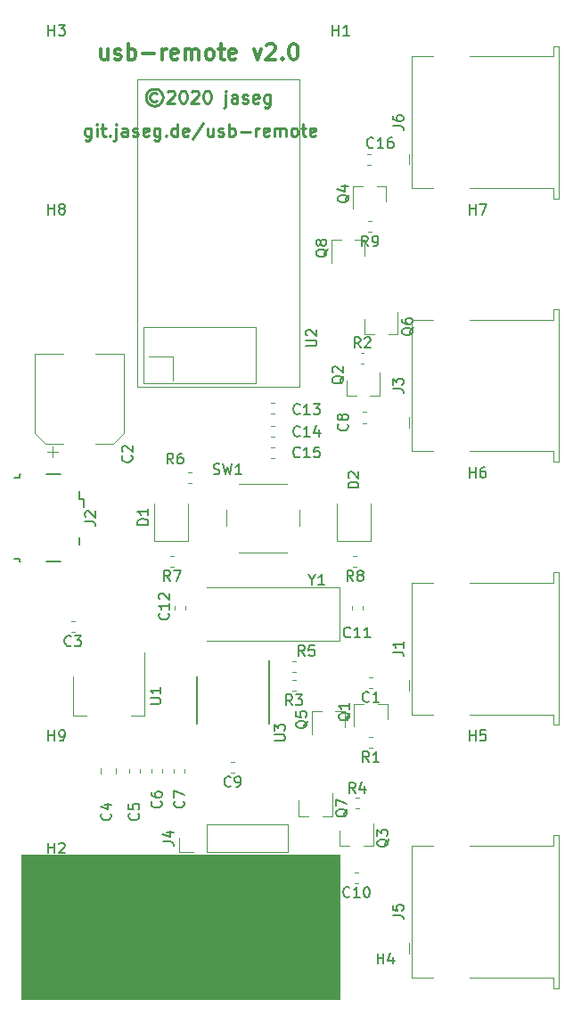
<source format=gbr>
G04 #@! TF.GenerationSoftware,KiCad,Pcbnew,(5.99.0-4013-gfd874d834)*
G04 #@! TF.CreationDate,2020-10-14T13:04:54+02:00*
G04 #@! TF.ProjectId,remote,72656d6f-7465-42e6-9b69-6361645f7063,rev?*
G04 #@! TF.SameCoordinates,Original*
G04 #@! TF.FileFunction,Legend,Top*
G04 #@! TF.FilePolarity,Positive*
%FSLAX46Y46*%
G04 Gerber Fmt 4.6, Leading zero omitted, Abs format (unit mm)*
G04 Created by KiCad (PCBNEW (5.99.0-4013-gfd874d834)) date 2020-10-14 13:04:54*
%MOMM*%
%LPD*%
G01*
G04 APERTURE LIST*
%ADD10C,0.250000*%
%ADD11C,0.100000*%
%ADD12C,0.300000*%
%ADD13C,0.150000*%
%ADD14C,0.120000*%
G04 APERTURE END LIST*
D10*
X158500000Y-82042857D02*
X158500000Y-83014285D01*
X158442857Y-83128571D01*
X158385714Y-83185714D01*
X158271428Y-83242857D01*
X158100000Y-83242857D01*
X157985714Y-83185714D01*
X158500000Y-82785714D02*
X158385714Y-82842857D01*
X158157142Y-82842857D01*
X158042857Y-82785714D01*
X157985714Y-82728571D01*
X157928571Y-82614285D01*
X157928571Y-82271428D01*
X157985714Y-82157142D01*
X158042857Y-82100000D01*
X158157142Y-82042857D01*
X158385714Y-82042857D01*
X158500000Y-82100000D01*
X159071428Y-82842857D02*
X159071428Y-82042857D01*
X159071428Y-81642857D02*
X159014285Y-81700000D01*
X159071428Y-81757142D01*
X159128571Y-81700000D01*
X159071428Y-81642857D01*
X159071428Y-81757142D01*
X159471428Y-82042857D02*
X159928571Y-82042857D01*
X159642857Y-81642857D02*
X159642857Y-82671428D01*
X159700000Y-82785714D01*
X159814285Y-82842857D01*
X159928571Y-82842857D01*
X160328571Y-82728571D02*
X160385714Y-82785714D01*
X160328571Y-82842857D01*
X160271428Y-82785714D01*
X160328571Y-82728571D01*
X160328571Y-82842857D01*
X160900000Y-82042857D02*
X160900000Y-83071428D01*
X160842857Y-83185714D01*
X160728571Y-83242857D01*
X160671428Y-83242857D01*
X160900000Y-81642857D02*
X160842857Y-81700000D01*
X160900000Y-81757142D01*
X160957142Y-81700000D01*
X160900000Y-81642857D01*
X160900000Y-81757142D01*
X161985714Y-82842857D02*
X161985714Y-82214285D01*
X161928571Y-82100000D01*
X161814285Y-82042857D01*
X161585714Y-82042857D01*
X161471428Y-82100000D01*
X161985714Y-82785714D02*
X161871428Y-82842857D01*
X161585714Y-82842857D01*
X161471428Y-82785714D01*
X161414285Y-82671428D01*
X161414285Y-82557142D01*
X161471428Y-82442857D01*
X161585714Y-82385714D01*
X161871428Y-82385714D01*
X161985714Y-82328571D01*
X162500000Y-82785714D02*
X162614285Y-82842857D01*
X162842857Y-82842857D01*
X162957142Y-82785714D01*
X163014285Y-82671428D01*
X163014285Y-82614285D01*
X162957142Y-82500000D01*
X162842857Y-82442857D01*
X162671428Y-82442857D01*
X162557142Y-82385714D01*
X162500000Y-82271428D01*
X162500000Y-82214285D01*
X162557142Y-82100000D01*
X162671428Y-82042857D01*
X162842857Y-82042857D01*
X162957142Y-82100000D01*
X163985714Y-82785714D02*
X163871428Y-82842857D01*
X163642857Y-82842857D01*
X163528571Y-82785714D01*
X163471428Y-82671428D01*
X163471428Y-82214285D01*
X163528571Y-82100000D01*
X163642857Y-82042857D01*
X163871428Y-82042857D01*
X163985714Y-82100000D01*
X164042857Y-82214285D01*
X164042857Y-82328571D01*
X163471428Y-82442857D01*
X165071428Y-82042857D02*
X165071428Y-83014285D01*
X165014285Y-83128571D01*
X164957142Y-83185714D01*
X164842857Y-83242857D01*
X164671428Y-83242857D01*
X164557142Y-83185714D01*
X165071428Y-82785714D02*
X164957142Y-82842857D01*
X164728571Y-82842857D01*
X164614285Y-82785714D01*
X164557142Y-82728571D01*
X164500000Y-82614285D01*
X164500000Y-82271428D01*
X164557142Y-82157142D01*
X164614285Y-82100000D01*
X164728571Y-82042857D01*
X164957142Y-82042857D01*
X165071428Y-82100000D01*
X165642857Y-82728571D02*
X165700000Y-82785714D01*
X165642857Y-82842857D01*
X165585714Y-82785714D01*
X165642857Y-82728571D01*
X165642857Y-82842857D01*
X166728571Y-82842857D02*
X166728571Y-81642857D01*
X166728571Y-82785714D02*
X166614285Y-82842857D01*
X166385714Y-82842857D01*
X166271428Y-82785714D01*
X166214285Y-82728571D01*
X166157142Y-82614285D01*
X166157142Y-82271428D01*
X166214285Y-82157142D01*
X166271428Y-82100000D01*
X166385714Y-82042857D01*
X166614285Y-82042857D01*
X166728571Y-82100000D01*
X167757142Y-82785714D02*
X167642857Y-82842857D01*
X167414285Y-82842857D01*
X167300000Y-82785714D01*
X167242857Y-82671428D01*
X167242857Y-82214285D01*
X167300000Y-82100000D01*
X167414285Y-82042857D01*
X167642857Y-82042857D01*
X167757142Y-82100000D01*
X167814285Y-82214285D01*
X167814285Y-82328571D01*
X167242857Y-82442857D01*
X169185714Y-81585714D02*
X168157142Y-83128571D01*
X170100000Y-82042857D02*
X170100000Y-82842857D01*
X169585714Y-82042857D02*
X169585714Y-82671428D01*
X169642857Y-82785714D01*
X169757142Y-82842857D01*
X169928571Y-82842857D01*
X170042857Y-82785714D01*
X170100000Y-82728571D01*
X170614285Y-82785714D02*
X170728571Y-82842857D01*
X170957142Y-82842857D01*
X171071428Y-82785714D01*
X171128571Y-82671428D01*
X171128571Y-82614285D01*
X171071428Y-82500000D01*
X170957142Y-82442857D01*
X170785714Y-82442857D01*
X170671428Y-82385714D01*
X170614285Y-82271428D01*
X170614285Y-82214285D01*
X170671428Y-82100000D01*
X170785714Y-82042857D01*
X170957142Y-82042857D01*
X171071428Y-82100000D01*
X171642857Y-82842857D02*
X171642857Y-81642857D01*
X171642857Y-82100000D02*
X171757142Y-82042857D01*
X171985714Y-82042857D01*
X172100000Y-82100000D01*
X172157142Y-82157142D01*
X172214285Y-82271428D01*
X172214285Y-82614285D01*
X172157142Y-82728571D01*
X172100000Y-82785714D01*
X171985714Y-82842857D01*
X171757142Y-82842857D01*
X171642857Y-82785714D01*
X172728571Y-82385714D02*
X173642857Y-82385714D01*
X174214285Y-82842857D02*
X174214285Y-82042857D01*
X174214285Y-82271428D02*
X174271428Y-82157142D01*
X174328571Y-82100000D01*
X174442857Y-82042857D01*
X174557142Y-82042857D01*
X175414285Y-82785714D02*
X175300000Y-82842857D01*
X175071428Y-82842857D01*
X174957142Y-82785714D01*
X174900000Y-82671428D01*
X174900000Y-82214285D01*
X174957142Y-82100000D01*
X175071428Y-82042857D01*
X175300000Y-82042857D01*
X175414285Y-82100000D01*
X175471428Y-82214285D01*
X175471428Y-82328571D01*
X174900000Y-82442857D01*
X175985714Y-82842857D02*
X175985714Y-82042857D01*
X175985714Y-82157142D02*
X176042857Y-82100000D01*
X176157142Y-82042857D01*
X176328571Y-82042857D01*
X176442857Y-82100000D01*
X176500000Y-82214285D01*
X176500000Y-82842857D01*
X176500000Y-82214285D02*
X176557142Y-82100000D01*
X176671428Y-82042857D01*
X176842857Y-82042857D01*
X176957142Y-82100000D01*
X177014285Y-82214285D01*
X177014285Y-82842857D01*
X177757142Y-82842857D02*
X177642857Y-82785714D01*
X177585714Y-82728571D01*
X177528571Y-82614285D01*
X177528571Y-82271428D01*
X177585714Y-82157142D01*
X177642857Y-82100000D01*
X177757142Y-82042857D01*
X177928571Y-82042857D01*
X178042857Y-82100000D01*
X178100000Y-82157142D01*
X178157142Y-82271428D01*
X178157142Y-82614285D01*
X178100000Y-82728571D01*
X178042857Y-82785714D01*
X177928571Y-82842857D01*
X177757142Y-82842857D01*
X178500000Y-82042857D02*
X178957142Y-82042857D01*
X178671428Y-81642857D02*
X178671428Y-82671428D01*
X178728571Y-82785714D01*
X178842857Y-82842857D01*
X178957142Y-82842857D01*
X179814285Y-82785714D02*
X179700000Y-82842857D01*
X179471428Y-82842857D01*
X179357142Y-82785714D01*
X179300000Y-82671428D01*
X179300000Y-82214285D01*
X179357142Y-82100000D01*
X179471428Y-82042857D01*
X179700000Y-82042857D01*
X179814285Y-82100000D01*
X179871428Y-82214285D01*
X179871428Y-82328571D01*
X179300000Y-82442857D01*
D11*
G36*
X182100000Y-164800000D02*
G01*
X151900000Y-164800000D01*
X151900000Y-151100000D01*
X182100000Y-151100000D01*
X182100000Y-164800000D01*
G37*
X182100000Y-164800000D02*
X151900000Y-164800000D01*
X151900000Y-151100000D01*
X182100000Y-151100000D01*
X182100000Y-164800000D01*
D10*
X164764285Y-78778571D02*
X164650000Y-78721428D01*
X164421428Y-78721428D01*
X164307142Y-78778571D01*
X164192857Y-78892857D01*
X164135714Y-79007142D01*
X164135714Y-79235714D01*
X164192857Y-79350000D01*
X164307142Y-79464285D01*
X164421428Y-79521428D01*
X164650000Y-79521428D01*
X164764285Y-79464285D01*
X164535714Y-78321428D02*
X164250000Y-78378571D01*
X163964285Y-78550000D01*
X163792857Y-78835714D01*
X163735714Y-79121428D01*
X163792857Y-79407142D01*
X163964285Y-79692857D01*
X164250000Y-79864285D01*
X164535714Y-79921428D01*
X164821428Y-79864285D01*
X165107142Y-79692857D01*
X165278571Y-79407142D01*
X165335714Y-79121428D01*
X165278571Y-78835714D01*
X165107142Y-78550000D01*
X164821428Y-78378571D01*
X164535714Y-78321428D01*
X165792857Y-78607142D02*
X165850000Y-78550000D01*
X165964285Y-78492857D01*
X166250000Y-78492857D01*
X166364285Y-78550000D01*
X166421428Y-78607142D01*
X166478571Y-78721428D01*
X166478571Y-78835714D01*
X166421428Y-79007142D01*
X165735714Y-79692857D01*
X166478571Y-79692857D01*
X167221428Y-78492857D02*
X167335714Y-78492857D01*
X167450000Y-78550000D01*
X167507142Y-78607142D01*
X167564285Y-78721428D01*
X167621428Y-78950000D01*
X167621428Y-79235714D01*
X167564285Y-79464285D01*
X167507142Y-79578571D01*
X167450000Y-79635714D01*
X167335714Y-79692857D01*
X167221428Y-79692857D01*
X167107142Y-79635714D01*
X167050000Y-79578571D01*
X166992857Y-79464285D01*
X166935714Y-79235714D01*
X166935714Y-78950000D01*
X166992857Y-78721428D01*
X167050000Y-78607142D01*
X167107142Y-78550000D01*
X167221428Y-78492857D01*
X168078571Y-78607142D02*
X168135714Y-78550000D01*
X168250000Y-78492857D01*
X168535714Y-78492857D01*
X168650000Y-78550000D01*
X168707142Y-78607142D01*
X168764285Y-78721428D01*
X168764285Y-78835714D01*
X168707142Y-79007142D01*
X168021428Y-79692857D01*
X168764285Y-79692857D01*
X169507142Y-78492857D02*
X169621428Y-78492857D01*
X169735714Y-78550000D01*
X169792857Y-78607142D01*
X169850000Y-78721428D01*
X169907142Y-78950000D01*
X169907142Y-79235714D01*
X169850000Y-79464285D01*
X169792857Y-79578571D01*
X169735714Y-79635714D01*
X169621428Y-79692857D01*
X169507142Y-79692857D01*
X169392857Y-79635714D01*
X169335714Y-79578571D01*
X169278571Y-79464285D01*
X169221428Y-79235714D01*
X169221428Y-78950000D01*
X169278571Y-78721428D01*
X169335714Y-78607142D01*
X169392857Y-78550000D01*
X169507142Y-78492857D01*
X171335714Y-78892857D02*
X171335714Y-79921428D01*
X171278571Y-80035714D01*
X171164285Y-80092857D01*
X171107142Y-80092857D01*
X171335714Y-78492857D02*
X171278571Y-78550000D01*
X171335714Y-78607142D01*
X171392857Y-78550000D01*
X171335714Y-78492857D01*
X171335714Y-78607142D01*
X172421428Y-79692857D02*
X172421428Y-79064285D01*
X172364285Y-78950000D01*
X172250000Y-78892857D01*
X172021428Y-78892857D01*
X171907142Y-78950000D01*
X172421428Y-79635714D02*
X172307142Y-79692857D01*
X172021428Y-79692857D01*
X171907142Y-79635714D01*
X171850000Y-79521428D01*
X171850000Y-79407142D01*
X171907142Y-79292857D01*
X172021428Y-79235714D01*
X172307142Y-79235714D01*
X172421428Y-79178571D01*
X172935714Y-79635714D02*
X173050000Y-79692857D01*
X173278571Y-79692857D01*
X173392857Y-79635714D01*
X173450000Y-79521428D01*
X173450000Y-79464285D01*
X173392857Y-79350000D01*
X173278571Y-79292857D01*
X173107142Y-79292857D01*
X172992857Y-79235714D01*
X172935714Y-79121428D01*
X172935714Y-79064285D01*
X172992857Y-78950000D01*
X173107142Y-78892857D01*
X173278571Y-78892857D01*
X173392857Y-78950000D01*
X174421428Y-79635714D02*
X174307142Y-79692857D01*
X174078571Y-79692857D01*
X173964285Y-79635714D01*
X173907142Y-79521428D01*
X173907142Y-79064285D01*
X173964285Y-78950000D01*
X174078571Y-78892857D01*
X174307142Y-78892857D01*
X174421428Y-78950000D01*
X174478571Y-79064285D01*
X174478571Y-79178571D01*
X173907142Y-79292857D01*
X175507142Y-78892857D02*
X175507142Y-79864285D01*
X175450000Y-79978571D01*
X175392857Y-80035714D01*
X175278571Y-80092857D01*
X175107142Y-80092857D01*
X174992857Y-80035714D01*
X175507142Y-79635714D02*
X175392857Y-79692857D01*
X175164285Y-79692857D01*
X175050000Y-79635714D01*
X174992857Y-79578571D01*
X174935714Y-79464285D01*
X174935714Y-79121428D01*
X174992857Y-79007142D01*
X175050000Y-78950000D01*
X175164285Y-78892857D01*
X175392857Y-78892857D01*
X175507142Y-78950000D01*
D12*
X160121428Y-74528571D02*
X160121428Y-75528571D01*
X159478571Y-74528571D02*
X159478571Y-75314285D01*
X159550000Y-75457142D01*
X159692857Y-75528571D01*
X159907142Y-75528571D01*
X160050000Y-75457142D01*
X160121428Y-75385714D01*
X160764285Y-75457142D02*
X160907142Y-75528571D01*
X161192857Y-75528571D01*
X161335714Y-75457142D01*
X161407142Y-75314285D01*
X161407142Y-75242857D01*
X161335714Y-75100000D01*
X161192857Y-75028571D01*
X160978571Y-75028571D01*
X160835714Y-74957142D01*
X160764285Y-74814285D01*
X160764285Y-74742857D01*
X160835714Y-74600000D01*
X160978571Y-74528571D01*
X161192857Y-74528571D01*
X161335714Y-74600000D01*
X162050000Y-75528571D02*
X162050000Y-74028571D01*
X162050000Y-74600000D02*
X162192857Y-74528571D01*
X162478571Y-74528571D01*
X162621428Y-74600000D01*
X162692857Y-74671428D01*
X162764285Y-74814285D01*
X162764285Y-75242857D01*
X162692857Y-75385714D01*
X162621428Y-75457142D01*
X162478571Y-75528571D01*
X162192857Y-75528571D01*
X162050000Y-75457142D01*
X163407142Y-74957142D02*
X164550000Y-74957142D01*
X165264285Y-75528571D02*
X165264285Y-74528571D01*
X165264285Y-74814285D02*
X165335714Y-74671428D01*
X165407142Y-74600000D01*
X165550000Y-74528571D01*
X165692857Y-74528571D01*
X166764285Y-75457142D02*
X166621428Y-75528571D01*
X166335714Y-75528571D01*
X166192857Y-75457142D01*
X166121428Y-75314285D01*
X166121428Y-74742857D01*
X166192857Y-74600000D01*
X166335714Y-74528571D01*
X166621428Y-74528571D01*
X166764285Y-74600000D01*
X166835714Y-74742857D01*
X166835714Y-74885714D01*
X166121428Y-75028571D01*
X167478571Y-75528571D02*
X167478571Y-74528571D01*
X167478571Y-74671428D02*
X167550000Y-74600000D01*
X167692857Y-74528571D01*
X167907142Y-74528571D01*
X168050000Y-74600000D01*
X168121428Y-74742857D01*
X168121428Y-75528571D01*
X168121428Y-74742857D02*
X168192857Y-74600000D01*
X168335714Y-74528571D01*
X168550000Y-74528571D01*
X168692857Y-74600000D01*
X168764285Y-74742857D01*
X168764285Y-75528571D01*
X169692857Y-75528571D02*
X169550000Y-75457142D01*
X169478571Y-75385714D01*
X169407142Y-75242857D01*
X169407142Y-74814285D01*
X169478571Y-74671428D01*
X169550000Y-74600000D01*
X169692857Y-74528571D01*
X169907142Y-74528571D01*
X170050000Y-74600000D01*
X170121428Y-74671428D01*
X170192857Y-74814285D01*
X170192857Y-75242857D01*
X170121428Y-75385714D01*
X170050000Y-75457142D01*
X169907142Y-75528571D01*
X169692857Y-75528571D01*
X170621428Y-74528571D02*
X171192857Y-74528571D01*
X170835714Y-74028571D02*
X170835714Y-75314285D01*
X170907142Y-75457142D01*
X171050000Y-75528571D01*
X171192857Y-75528571D01*
X172264285Y-75457142D02*
X172121428Y-75528571D01*
X171835714Y-75528571D01*
X171692857Y-75457142D01*
X171621428Y-75314285D01*
X171621428Y-74742857D01*
X171692857Y-74600000D01*
X171835714Y-74528571D01*
X172121428Y-74528571D01*
X172264285Y-74600000D01*
X172335714Y-74742857D01*
X172335714Y-74885714D01*
X171621428Y-75028571D01*
X173978571Y-74528571D02*
X174335714Y-75528571D01*
X174692857Y-74528571D01*
X175192857Y-74171428D02*
X175264285Y-74100000D01*
X175407142Y-74028571D01*
X175764285Y-74028571D01*
X175907142Y-74100000D01*
X175978571Y-74171428D01*
X176050000Y-74314285D01*
X176050000Y-74457142D01*
X175978571Y-74671428D01*
X175121428Y-75528571D01*
X176050000Y-75528571D01*
X176692857Y-75385714D02*
X176764285Y-75457142D01*
X176692857Y-75528571D01*
X176621428Y-75457142D01*
X176692857Y-75385714D01*
X176692857Y-75528571D01*
X177692857Y-74028571D02*
X177835714Y-74028571D01*
X177978571Y-74100000D01*
X178050000Y-74171428D01*
X178121428Y-74314285D01*
X178192857Y-74600000D01*
X178192857Y-74957142D01*
X178121428Y-75242857D01*
X178050000Y-75385714D01*
X177978571Y-75457142D01*
X177835714Y-75528571D01*
X177692857Y-75528571D01*
X177550000Y-75457142D01*
X177478571Y-75385714D01*
X177407142Y-75242857D01*
X177335714Y-74957142D01*
X177335714Y-74600000D01*
X177407142Y-74314285D01*
X177478571Y-74171428D01*
X177550000Y-74100000D01*
X177692857Y-74028571D01*
D13*
X180997619Y-93545238D02*
X180950000Y-93640476D01*
X180854761Y-93735714D01*
X180711904Y-93878571D01*
X180664285Y-93973809D01*
X180664285Y-94069047D01*
X180902380Y-94021428D02*
X180854761Y-94116666D01*
X180759523Y-94211904D01*
X180569047Y-94259523D01*
X180235714Y-94259523D01*
X180045238Y-94211904D01*
X179950000Y-94116666D01*
X179902380Y-94021428D01*
X179902380Y-93830952D01*
X179950000Y-93735714D01*
X180045238Y-93640476D01*
X180235714Y-93592857D01*
X180569047Y-93592857D01*
X180759523Y-93640476D01*
X180854761Y-93735714D01*
X180902380Y-93830952D01*
X180902380Y-94021428D01*
X180330952Y-93021428D02*
X180283333Y-93116666D01*
X180235714Y-93164285D01*
X180140476Y-93211904D01*
X180092857Y-93211904D01*
X179997619Y-93164285D01*
X179950000Y-93116666D01*
X179902380Y-93021428D01*
X179902380Y-92830952D01*
X179950000Y-92735714D01*
X179997619Y-92688095D01*
X180092857Y-92640476D01*
X180140476Y-92640476D01*
X180235714Y-92688095D01*
X180283333Y-92735714D01*
X180330952Y-92830952D01*
X180330952Y-93021428D01*
X180378571Y-93116666D01*
X180426190Y-93164285D01*
X180521428Y-93211904D01*
X180711904Y-93211904D01*
X180807142Y-93164285D01*
X180854761Y-93116666D01*
X180902380Y-93021428D01*
X180902380Y-92830952D01*
X180854761Y-92735714D01*
X180807142Y-92688095D01*
X180711904Y-92640476D01*
X180521428Y-92640476D01*
X180426190Y-92688095D01*
X180378571Y-92735714D01*
X180330952Y-92830952D01*
X182897619Y-146745238D02*
X182850000Y-146840476D01*
X182754761Y-146935714D01*
X182611904Y-147078571D01*
X182564285Y-147173809D01*
X182564285Y-147269047D01*
X182802380Y-147221428D02*
X182754761Y-147316666D01*
X182659523Y-147411904D01*
X182469047Y-147459523D01*
X182135714Y-147459523D01*
X181945238Y-147411904D01*
X181850000Y-147316666D01*
X181802380Y-147221428D01*
X181802380Y-147030952D01*
X181850000Y-146935714D01*
X181945238Y-146840476D01*
X182135714Y-146792857D01*
X182469047Y-146792857D01*
X182659523Y-146840476D01*
X182754761Y-146935714D01*
X182802380Y-147030952D01*
X182802380Y-147221428D01*
X181802380Y-146459523D02*
X181802380Y-145792857D01*
X182802380Y-146221428D01*
X189147619Y-100995238D02*
X189100000Y-101090476D01*
X189004761Y-101185714D01*
X188861904Y-101328571D01*
X188814285Y-101423809D01*
X188814285Y-101519047D01*
X189052380Y-101471428D02*
X189004761Y-101566666D01*
X188909523Y-101661904D01*
X188719047Y-101709523D01*
X188385714Y-101709523D01*
X188195238Y-101661904D01*
X188100000Y-101566666D01*
X188052380Y-101471428D01*
X188052380Y-101280952D01*
X188100000Y-101185714D01*
X188195238Y-101090476D01*
X188385714Y-101042857D01*
X188719047Y-101042857D01*
X188909523Y-101090476D01*
X189004761Y-101185714D01*
X189052380Y-101280952D01*
X189052380Y-101471428D01*
X188052380Y-100185714D02*
X188052380Y-100376190D01*
X188100000Y-100471428D01*
X188147619Y-100519047D01*
X188290476Y-100614285D01*
X188480952Y-100661904D01*
X188861904Y-100661904D01*
X188957142Y-100614285D01*
X189004761Y-100566666D01*
X189052380Y-100471428D01*
X189052380Y-100280952D01*
X189004761Y-100185714D01*
X188957142Y-100138095D01*
X188861904Y-100090476D01*
X188623809Y-100090476D01*
X188528571Y-100138095D01*
X188480952Y-100185714D01*
X188433333Y-100280952D01*
X188433333Y-100471428D01*
X188480952Y-100566666D01*
X188528571Y-100614285D01*
X188623809Y-100661904D01*
X179097619Y-138345238D02*
X179050000Y-138440476D01*
X178954761Y-138535714D01*
X178811904Y-138678571D01*
X178764285Y-138773809D01*
X178764285Y-138869047D01*
X179002380Y-138821428D02*
X178954761Y-138916666D01*
X178859523Y-139011904D01*
X178669047Y-139059523D01*
X178335714Y-139059523D01*
X178145238Y-139011904D01*
X178050000Y-138916666D01*
X178002380Y-138821428D01*
X178002380Y-138630952D01*
X178050000Y-138535714D01*
X178145238Y-138440476D01*
X178335714Y-138392857D01*
X178669047Y-138392857D01*
X178859523Y-138440476D01*
X178954761Y-138535714D01*
X179002380Y-138630952D01*
X179002380Y-138821428D01*
X178002380Y-137488095D02*
X178002380Y-137964285D01*
X178478571Y-138011904D01*
X178430952Y-137964285D01*
X178383333Y-137869047D01*
X178383333Y-137630952D01*
X178430952Y-137535714D01*
X178478571Y-137488095D01*
X178573809Y-137440476D01*
X178811904Y-137440476D01*
X178907142Y-137488095D01*
X178954761Y-137535714D01*
X179002380Y-137630952D01*
X179002380Y-137869047D01*
X178954761Y-137964285D01*
X178907142Y-138011904D01*
X154488095Y-140252380D02*
X154488095Y-139252380D01*
X154488095Y-139728571D02*
X155059523Y-139728571D01*
X155059523Y-140252380D02*
X155059523Y-139252380D01*
X155583333Y-140252380D02*
X155773809Y-140252380D01*
X155869047Y-140204761D01*
X155916666Y-140157142D01*
X156011904Y-140014285D01*
X156059523Y-139823809D01*
X156059523Y-139442857D01*
X156011904Y-139347619D01*
X155964285Y-139300000D01*
X155869047Y-139252380D01*
X155678571Y-139252380D01*
X155583333Y-139300000D01*
X155535714Y-139347619D01*
X155488095Y-139442857D01*
X155488095Y-139680952D01*
X155535714Y-139776190D01*
X155583333Y-139823809D01*
X155678571Y-139871428D01*
X155869047Y-139871428D01*
X155964285Y-139823809D01*
X156011904Y-139776190D01*
X156059523Y-139680952D01*
X154488095Y-90252380D02*
X154488095Y-89252380D01*
X154488095Y-89728571D02*
X155059523Y-89728571D01*
X155059523Y-90252380D02*
X155059523Y-89252380D01*
X155678571Y-89680952D02*
X155583333Y-89633333D01*
X155535714Y-89585714D01*
X155488095Y-89490476D01*
X155488095Y-89442857D01*
X155535714Y-89347619D01*
X155583333Y-89300000D01*
X155678571Y-89252380D01*
X155869047Y-89252380D01*
X155964285Y-89300000D01*
X156011904Y-89347619D01*
X156059523Y-89442857D01*
X156059523Y-89490476D01*
X156011904Y-89585714D01*
X155964285Y-89633333D01*
X155869047Y-89680952D01*
X155678571Y-89680952D01*
X155583333Y-89728571D01*
X155535714Y-89776190D01*
X155488095Y-89871428D01*
X155488095Y-90061904D01*
X155535714Y-90157142D01*
X155583333Y-90204761D01*
X155678571Y-90252380D01*
X155869047Y-90252380D01*
X155964285Y-90204761D01*
X156011904Y-90157142D01*
X156059523Y-90061904D01*
X156059523Y-89871428D01*
X156011904Y-89776190D01*
X155964285Y-89728571D01*
X155869047Y-89680952D01*
X194488095Y-90252380D02*
X194488095Y-89252380D01*
X194488095Y-89728571D02*
X195059523Y-89728571D01*
X195059523Y-90252380D02*
X195059523Y-89252380D01*
X195440476Y-89252380D02*
X196107142Y-89252380D01*
X195678571Y-90252380D01*
X194488095Y-115252380D02*
X194488095Y-114252380D01*
X194488095Y-114728571D02*
X195059523Y-114728571D01*
X195059523Y-115252380D02*
X195059523Y-114252380D01*
X195964285Y-114252380D02*
X195773809Y-114252380D01*
X195678571Y-114300000D01*
X195630952Y-114347619D01*
X195535714Y-114490476D01*
X195488095Y-114680952D01*
X195488095Y-115061904D01*
X195535714Y-115157142D01*
X195583333Y-115204761D01*
X195678571Y-115252380D01*
X195869047Y-115252380D01*
X195964285Y-115204761D01*
X196011904Y-115157142D01*
X196059523Y-115061904D01*
X196059523Y-114823809D01*
X196011904Y-114728571D01*
X195964285Y-114680952D01*
X195869047Y-114633333D01*
X195678571Y-114633333D01*
X195583333Y-114680952D01*
X195535714Y-114728571D01*
X195488095Y-114823809D01*
X194488095Y-140252380D02*
X194488095Y-139252380D01*
X194488095Y-139728571D02*
X195059523Y-139728571D01*
X195059523Y-140252380D02*
X195059523Y-139252380D01*
X196011904Y-139252380D02*
X195535714Y-139252380D01*
X195488095Y-139728571D01*
X195535714Y-139680952D01*
X195630952Y-139633333D01*
X195869047Y-139633333D01*
X195964285Y-139680952D01*
X196011904Y-139728571D01*
X196059523Y-139823809D01*
X196059523Y-140061904D01*
X196011904Y-140157142D01*
X195964285Y-140204761D01*
X195869047Y-140252380D01*
X195630952Y-140252380D01*
X195535714Y-140204761D01*
X195488095Y-140157142D01*
X179523809Y-124976190D02*
X179523809Y-125452380D01*
X179190476Y-124452380D02*
X179523809Y-124976190D01*
X179857142Y-124452380D01*
X180714285Y-125452380D02*
X180142857Y-125452380D01*
X180428571Y-125452380D02*
X180428571Y-124452380D01*
X180333333Y-124595238D01*
X180238095Y-124690476D01*
X180142857Y-124738095D01*
X185738095Y-161452380D02*
X185738095Y-160452380D01*
X185738095Y-160928571D02*
X186309523Y-160928571D01*
X186309523Y-161452380D02*
X186309523Y-160452380D01*
X187214285Y-160785714D02*
X187214285Y-161452380D01*
X186976190Y-160404761D02*
X186738095Y-161119047D01*
X187357142Y-161119047D01*
X154488095Y-73252380D02*
X154488095Y-72252380D01*
X154488095Y-72728571D02*
X155059523Y-72728571D01*
X155059523Y-73252380D02*
X155059523Y-72252380D01*
X155440476Y-72252380D02*
X156059523Y-72252380D01*
X155726190Y-72633333D01*
X155869047Y-72633333D01*
X155964285Y-72680952D01*
X156011904Y-72728571D01*
X156059523Y-72823809D01*
X156059523Y-73061904D01*
X156011904Y-73157142D01*
X155964285Y-73204761D01*
X155869047Y-73252380D01*
X155583333Y-73252380D01*
X155488095Y-73204761D01*
X155440476Y-73157142D01*
X154488095Y-150952380D02*
X154488095Y-149952380D01*
X154488095Y-150428571D02*
X155059523Y-150428571D01*
X155059523Y-150952380D02*
X155059523Y-149952380D01*
X155488095Y-150047619D02*
X155535714Y-150000000D01*
X155630952Y-149952380D01*
X155869047Y-149952380D01*
X155964285Y-150000000D01*
X156011904Y-150047619D01*
X156059523Y-150142857D01*
X156059523Y-150238095D01*
X156011904Y-150380952D01*
X155440476Y-150952380D01*
X156059523Y-150952380D01*
X181488095Y-73252380D02*
X181488095Y-72252380D01*
X181488095Y-72728571D02*
X182059523Y-72728571D01*
X182059523Y-73252380D02*
X182059523Y-72252380D01*
X183059523Y-73252380D02*
X182488095Y-73252380D01*
X182773809Y-73252380D02*
X182773809Y-72252380D01*
X182678571Y-72395238D01*
X182583333Y-72490476D01*
X182488095Y-72538095D01*
X175952380Y-140261904D02*
X176761904Y-140261904D01*
X176857142Y-140214285D01*
X176904761Y-140166666D01*
X176952380Y-140071428D01*
X176952380Y-139880952D01*
X176904761Y-139785714D01*
X176857142Y-139738095D01*
X176761904Y-139690476D01*
X175952380Y-139690476D01*
X175952380Y-139309523D02*
X175952380Y-138690476D01*
X176333333Y-139023809D01*
X176333333Y-138880952D01*
X176380952Y-138785714D01*
X176428571Y-138738095D01*
X176523809Y-138690476D01*
X176761904Y-138690476D01*
X176857142Y-138738095D01*
X176904761Y-138785714D01*
X176952380Y-138880952D01*
X176952380Y-139166666D01*
X176904761Y-139261904D01*
X176857142Y-139309523D01*
X178952380Y-102761904D02*
X179761904Y-102761904D01*
X179857142Y-102714285D01*
X179904761Y-102666666D01*
X179952380Y-102571428D01*
X179952380Y-102380952D01*
X179904761Y-102285714D01*
X179857142Y-102238095D01*
X179761904Y-102190476D01*
X178952380Y-102190476D01*
X179047619Y-101761904D02*
X179000000Y-101714285D01*
X178952380Y-101619047D01*
X178952380Y-101380952D01*
X179000000Y-101285714D01*
X179047619Y-101238095D01*
X179142857Y-101190476D01*
X179238095Y-101190476D01*
X179380952Y-101238095D01*
X179952380Y-101809523D01*
X179952380Y-101190476D01*
X164152380Y-136761904D02*
X164961904Y-136761904D01*
X165057142Y-136714285D01*
X165104761Y-136666666D01*
X165152380Y-136571428D01*
X165152380Y-136380952D01*
X165104761Y-136285714D01*
X165057142Y-136238095D01*
X164961904Y-136190476D01*
X164152380Y-136190476D01*
X165152380Y-135190476D02*
X165152380Y-135761904D01*
X165152380Y-135476190D02*
X164152380Y-135476190D01*
X164295238Y-135571428D01*
X164390476Y-135666666D01*
X164438095Y-135761904D01*
X170166666Y-114904761D02*
X170309523Y-114952380D01*
X170547619Y-114952380D01*
X170642857Y-114904761D01*
X170690476Y-114857142D01*
X170738095Y-114761904D01*
X170738095Y-114666666D01*
X170690476Y-114571428D01*
X170642857Y-114523809D01*
X170547619Y-114476190D01*
X170357142Y-114428571D01*
X170261904Y-114380952D01*
X170214285Y-114333333D01*
X170166666Y-114238095D01*
X170166666Y-114142857D01*
X170214285Y-114047619D01*
X170261904Y-114000000D01*
X170357142Y-113952380D01*
X170595238Y-113952380D01*
X170738095Y-114000000D01*
X171071428Y-113952380D02*
X171309523Y-114952380D01*
X171500000Y-114238095D01*
X171690476Y-114952380D01*
X171928571Y-113952380D01*
X172833333Y-114952380D02*
X172261904Y-114952380D01*
X172547619Y-114952380D02*
X172547619Y-113952380D01*
X172452380Y-114095238D01*
X172357142Y-114190476D01*
X172261904Y-114238095D01*
X184845833Y-93282380D02*
X184512500Y-92806190D01*
X184274404Y-93282380D02*
X184274404Y-92282380D01*
X184655357Y-92282380D01*
X184750595Y-92330000D01*
X184798214Y-92377619D01*
X184845833Y-92472857D01*
X184845833Y-92615714D01*
X184798214Y-92710952D01*
X184750595Y-92758571D01*
X184655357Y-92806190D01*
X184274404Y-92806190D01*
X185322023Y-93282380D02*
X185512500Y-93282380D01*
X185607738Y-93234761D01*
X185655357Y-93187142D01*
X185750595Y-93044285D01*
X185798214Y-92853809D01*
X185798214Y-92472857D01*
X185750595Y-92377619D01*
X185702976Y-92330000D01*
X185607738Y-92282380D01*
X185417261Y-92282380D01*
X185322023Y-92330000D01*
X185274404Y-92377619D01*
X185226785Y-92472857D01*
X185226785Y-92710952D01*
X185274404Y-92806190D01*
X185322023Y-92853809D01*
X185417261Y-92901428D01*
X185607738Y-92901428D01*
X185702976Y-92853809D01*
X185750595Y-92806190D01*
X185798214Y-92710952D01*
X183433333Y-125082380D02*
X183100000Y-124606190D01*
X182861904Y-125082380D02*
X182861904Y-124082380D01*
X183242857Y-124082380D01*
X183338095Y-124130000D01*
X183385714Y-124177619D01*
X183433333Y-124272857D01*
X183433333Y-124415714D01*
X183385714Y-124510952D01*
X183338095Y-124558571D01*
X183242857Y-124606190D01*
X182861904Y-124606190D01*
X184004761Y-124510952D02*
X183909523Y-124463333D01*
X183861904Y-124415714D01*
X183814285Y-124320476D01*
X183814285Y-124272857D01*
X183861904Y-124177619D01*
X183909523Y-124130000D01*
X184004761Y-124082380D01*
X184195238Y-124082380D01*
X184290476Y-124130000D01*
X184338095Y-124177619D01*
X184385714Y-124272857D01*
X184385714Y-124320476D01*
X184338095Y-124415714D01*
X184290476Y-124463333D01*
X184195238Y-124510952D01*
X184004761Y-124510952D01*
X183909523Y-124558571D01*
X183861904Y-124606190D01*
X183814285Y-124701428D01*
X183814285Y-124891904D01*
X183861904Y-124987142D01*
X183909523Y-125034761D01*
X184004761Y-125082380D01*
X184195238Y-125082380D01*
X184290476Y-125034761D01*
X184338095Y-124987142D01*
X184385714Y-124891904D01*
X184385714Y-124701428D01*
X184338095Y-124606190D01*
X184290476Y-124558571D01*
X184195238Y-124510952D01*
X166033333Y-125082380D02*
X165700000Y-124606190D01*
X165461904Y-125082380D02*
X165461904Y-124082380D01*
X165842857Y-124082380D01*
X165938095Y-124130000D01*
X165985714Y-124177619D01*
X166033333Y-124272857D01*
X166033333Y-124415714D01*
X165985714Y-124510952D01*
X165938095Y-124558571D01*
X165842857Y-124606190D01*
X165461904Y-124606190D01*
X166366666Y-124082380D02*
X167033333Y-124082380D01*
X166604761Y-125082380D01*
X166333333Y-113952380D02*
X166000000Y-113476190D01*
X165761904Y-113952380D02*
X165761904Y-112952380D01*
X166142857Y-112952380D01*
X166238095Y-113000000D01*
X166285714Y-113047619D01*
X166333333Y-113142857D01*
X166333333Y-113285714D01*
X166285714Y-113380952D01*
X166238095Y-113428571D01*
X166142857Y-113476190D01*
X165761904Y-113476190D01*
X167190476Y-112952380D02*
X167000000Y-112952380D01*
X166904761Y-113000000D01*
X166857142Y-113047619D01*
X166761904Y-113190476D01*
X166714285Y-113380952D01*
X166714285Y-113761904D01*
X166761904Y-113857142D01*
X166809523Y-113904761D01*
X166904761Y-113952380D01*
X167095238Y-113952380D01*
X167190476Y-113904761D01*
X167238095Y-113857142D01*
X167285714Y-113761904D01*
X167285714Y-113523809D01*
X167238095Y-113428571D01*
X167190476Y-113380952D01*
X167095238Y-113333333D01*
X166904761Y-113333333D01*
X166809523Y-113380952D01*
X166761904Y-113428571D01*
X166714285Y-113523809D01*
X178833333Y-132202380D02*
X178500000Y-131726190D01*
X178261904Y-132202380D02*
X178261904Y-131202380D01*
X178642857Y-131202380D01*
X178738095Y-131250000D01*
X178785714Y-131297619D01*
X178833333Y-131392857D01*
X178833333Y-131535714D01*
X178785714Y-131630952D01*
X178738095Y-131678571D01*
X178642857Y-131726190D01*
X178261904Y-131726190D01*
X179738095Y-131202380D02*
X179261904Y-131202380D01*
X179214285Y-131678571D01*
X179261904Y-131630952D01*
X179357142Y-131583333D01*
X179595238Y-131583333D01*
X179690476Y-131630952D01*
X179738095Y-131678571D01*
X179785714Y-131773809D01*
X179785714Y-132011904D01*
X179738095Y-132107142D01*
X179690476Y-132154761D01*
X179595238Y-132202380D01*
X179357142Y-132202380D01*
X179261904Y-132154761D01*
X179214285Y-132107142D01*
X183633333Y-145222380D02*
X183300000Y-144746190D01*
X183061904Y-145222380D02*
X183061904Y-144222380D01*
X183442857Y-144222380D01*
X183538095Y-144270000D01*
X183585714Y-144317619D01*
X183633333Y-144412857D01*
X183633333Y-144555714D01*
X183585714Y-144650952D01*
X183538095Y-144698571D01*
X183442857Y-144746190D01*
X183061904Y-144746190D01*
X184490476Y-144555714D02*
X184490476Y-145222380D01*
X184252380Y-144174761D02*
X184014285Y-144889047D01*
X184633333Y-144889047D01*
X177633333Y-136882380D02*
X177300000Y-136406190D01*
X177061904Y-136882380D02*
X177061904Y-135882380D01*
X177442857Y-135882380D01*
X177538095Y-135930000D01*
X177585714Y-135977619D01*
X177633333Y-136072857D01*
X177633333Y-136215714D01*
X177585714Y-136310952D01*
X177538095Y-136358571D01*
X177442857Y-136406190D01*
X177061904Y-136406190D01*
X177966666Y-135882380D02*
X178585714Y-135882380D01*
X178252380Y-136263333D01*
X178395238Y-136263333D01*
X178490476Y-136310952D01*
X178538095Y-136358571D01*
X178585714Y-136453809D01*
X178585714Y-136691904D01*
X178538095Y-136787142D01*
X178490476Y-136834761D01*
X178395238Y-136882380D01*
X178109523Y-136882380D01*
X178014285Y-136834761D01*
X177966666Y-136787142D01*
X184133333Y-102922380D02*
X183800000Y-102446190D01*
X183561904Y-102922380D02*
X183561904Y-101922380D01*
X183942857Y-101922380D01*
X184038095Y-101970000D01*
X184085714Y-102017619D01*
X184133333Y-102112857D01*
X184133333Y-102255714D01*
X184085714Y-102350952D01*
X184038095Y-102398571D01*
X183942857Y-102446190D01*
X183561904Y-102446190D01*
X184514285Y-102017619D02*
X184561904Y-101970000D01*
X184657142Y-101922380D01*
X184895238Y-101922380D01*
X184990476Y-101970000D01*
X185038095Y-102017619D01*
X185085714Y-102112857D01*
X185085714Y-102208095D01*
X185038095Y-102350952D01*
X184466666Y-102922380D01*
X185085714Y-102922380D01*
X184945833Y-142282380D02*
X184612500Y-141806190D01*
X184374404Y-142282380D02*
X184374404Y-141282380D01*
X184755357Y-141282380D01*
X184850595Y-141330000D01*
X184898214Y-141377619D01*
X184945833Y-141472857D01*
X184945833Y-141615714D01*
X184898214Y-141710952D01*
X184850595Y-141758571D01*
X184755357Y-141806190D01*
X184374404Y-141806190D01*
X185898214Y-142282380D02*
X185326785Y-142282380D01*
X185612500Y-142282380D02*
X185612500Y-141282380D01*
X185517261Y-141425238D01*
X185422023Y-141520476D01*
X185326785Y-141568095D01*
X183047619Y-88395238D02*
X183000000Y-88490476D01*
X182904761Y-88585714D01*
X182761904Y-88728571D01*
X182714285Y-88823809D01*
X182714285Y-88919047D01*
X182952380Y-88871428D02*
X182904761Y-88966666D01*
X182809523Y-89061904D01*
X182619047Y-89109523D01*
X182285714Y-89109523D01*
X182095238Y-89061904D01*
X182000000Y-88966666D01*
X181952380Y-88871428D01*
X181952380Y-88680952D01*
X182000000Y-88585714D01*
X182095238Y-88490476D01*
X182285714Y-88442857D01*
X182619047Y-88442857D01*
X182809523Y-88490476D01*
X182904761Y-88585714D01*
X182952380Y-88680952D01*
X182952380Y-88871428D01*
X182285714Y-87585714D02*
X182952380Y-87585714D01*
X181904761Y-87823809D02*
X182619047Y-88061904D01*
X182619047Y-87442857D01*
X186797619Y-149595238D02*
X186750000Y-149690476D01*
X186654761Y-149785714D01*
X186511904Y-149928571D01*
X186464285Y-150023809D01*
X186464285Y-150119047D01*
X186702380Y-150071428D02*
X186654761Y-150166666D01*
X186559523Y-150261904D01*
X186369047Y-150309523D01*
X186035714Y-150309523D01*
X185845238Y-150261904D01*
X185750000Y-150166666D01*
X185702380Y-150071428D01*
X185702380Y-149880952D01*
X185750000Y-149785714D01*
X185845238Y-149690476D01*
X186035714Y-149642857D01*
X186369047Y-149642857D01*
X186559523Y-149690476D01*
X186654761Y-149785714D01*
X186702380Y-149880952D01*
X186702380Y-150071428D01*
X185702380Y-149309523D02*
X185702380Y-148690476D01*
X186083333Y-149023809D01*
X186083333Y-148880952D01*
X186130952Y-148785714D01*
X186178571Y-148738095D01*
X186273809Y-148690476D01*
X186511904Y-148690476D01*
X186607142Y-148738095D01*
X186654761Y-148785714D01*
X186702380Y-148880952D01*
X186702380Y-149166666D01*
X186654761Y-149261904D01*
X186607142Y-149309523D01*
X182547619Y-105595238D02*
X182500000Y-105690476D01*
X182404761Y-105785714D01*
X182261904Y-105928571D01*
X182214285Y-106023809D01*
X182214285Y-106119047D01*
X182452380Y-106071428D02*
X182404761Y-106166666D01*
X182309523Y-106261904D01*
X182119047Y-106309523D01*
X181785714Y-106309523D01*
X181595238Y-106261904D01*
X181500000Y-106166666D01*
X181452380Y-106071428D01*
X181452380Y-105880952D01*
X181500000Y-105785714D01*
X181595238Y-105690476D01*
X181785714Y-105642857D01*
X182119047Y-105642857D01*
X182309523Y-105690476D01*
X182404761Y-105785714D01*
X182452380Y-105880952D01*
X182452380Y-106071428D01*
X181547619Y-105261904D02*
X181500000Y-105214285D01*
X181452380Y-105119047D01*
X181452380Y-104880952D01*
X181500000Y-104785714D01*
X181547619Y-104738095D01*
X181642857Y-104690476D01*
X181738095Y-104690476D01*
X181880952Y-104738095D01*
X182452380Y-105309523D01*
X182452380Y-104690476D01*
X183147619Y-137595238D02*
X183100000Y-137690476D01*
X183004761Y-137785714D01*
X182861904Y-137928571D01*
X182814285Y-138023809D01*
X182814285Y-138119047D01*
X183052380Y-138071428D02*
X183004761Y-138166666D01*
X182909523Y-138261904D01*
X182719047Y-138309523D01*
X182385714Y-138309523D01*
X182195238Y-138261904D01*
X182100000Y-138166666D01*
X182052380Y-138071428D01*
X182052380Y-137880952D01*
X182100000Y-137785714D01*
X182195238Y-137690476D01*
X182385714Y-137642857D01*
X182719047Y-137642857D01*
X182909523Y-137690476D01*
X183004761Y-137785714D01*
X183052380Y-137880952D01*
X183052380Y-138071428D01*
X183052380Y-136690476D02*
X183052380Y-137261904D01*
X183052380Y-136976190D02*
X182052380Y-136976190D01*
X182195238Y-137071428D01*
X182290476Y-137166666D01*
X182338095Y-137261904D01*
X187192380Y-81833333D02*
X187906666Y-81833333D01*
X188049523Y-81880952D01*
X188144761Y-81976190D01*
X188192380Y-82119047D01*
X188192380Y-82214285D01*
X187192380Y-80928571D02*
X187192380Y-81119047D01*
X187240000Y-81214285D01*
X187287619Y-81261904D01*
X187430476Y-81357142D01*
X187620952Y-81404761D01*
X188001904Y-81404761D01*
X188097142Y-81357142D01*
X188144761Y-81309523D01*
X188192380Y-81214285D01*
X188192380Y-81023809D01*
X188144761Y-80928571D01*
X188097142Y-80880952D01*
X188001904Y-80833333D01*
X187763809Y-80833333D01*
X187668571Y-80880952D01*
X187620952Y-80928571D01*
X187573333Y-81023809D01*
X187573333Y-81214285D01*
X187620952Y-81309523D01*
X187668571Y-81357142D01*
X187763809Y-81404761D01*
X187192380Y-156833333D02*
X187906666Y-156833333D01*
X188049523Y-156880952D01*
X188144761Y-156976190D01*
X188192380Y-157119047D01*
X188192380Y-157214285D01*
X187192380Y-155880952D02*
X187192380Y-156357142D01*
X187668571Y-156404761D01*
X187620952Y-156357142D01*
X187573333Y-156261904D01*
X187573333Y-156023809D01*
X187620952Y-155928571D01*
X187668571Y-155880952D01*
X187763809Y-155833333D01*
X188001904Y-155833333D01*
X188097142Y-155880952D01*
X188144761Y-155928571D01*
X188192380Y-156023809D01*
X188192380Y-156261904D01*
X188144761Y-156357142D01*
X188097142Y-156404761D01*
X165372380Y-149833333D02*
X166086666Y-149833333D01*
X166229523Y-149880952D01*
X166324761Y-149976190D01*
X166372380Y-150119047D01*
X166372380Y-150214285D01*
X165705714Y-148928571D02*
X166372380Y-148928571D01*
X165324761Y-149166666D02*
X166039047Y-149404761D01*
X166039047Y-148785714D01*
X187192380Y-106833333D02*
X187906666Y-106833333D01*
X188049523Y-106880952D01*
X188144761Y-106976190D01*
X188192380Y-107119047D01*
X188192380Y-107214285D01*
X187192380Y-106452380D02*
X187192380Y-105833333D01*
X187573333Y-106166666D01*
X187573333Y-106023809D01*
X187620952Y-105928571D01*
X187668571Y-105880952D01*
X187763809Y-105833333D01*
X188001904Y-105833333D01*
X188097142Y-105880952D01*
X188144761Y-105928571D01*
X188192380Y-106023809D01*
X188192380Y-106309523D01*
X188144761Y-106404761D01*
X188097142Y-106452380D01*
X157952380Y-119433333D02*
X158666666Y-119433333D01*
X158809523Y-119480952D01*
X158904761Y-119576190D01*
X158952380Y-119719047D01*
X158952380Y-119814285D01*
X158047619Y-119004761D02*
X158000000Y-118957142D01*
X157952380Y-118861904D01*
X157952380Y-118623809D01*
X158000000Y-118528571D01*
X158047619Y-118480952D01*
X158142857Y-118433333D01*
X158238095Y-118433333D01*
X158380952Y-118480952D01*
X158952380Y-119052380D01*
X158952380Y-118433333D01*
X187192380Y-131833333D02*
X187906666Y-131833333D01*
X188049523Y-131880952D01*
X188144761Y-131976190D01*
X188192380Y-132119047D01*
X188192380Y-132214285D01*
X188192380Y-130833333D02*
X188192380Y-131404761D01*
X188192380Y-131119047D02*
X187192380Y-131119047D01*
X187335238Y-131214285D01*
X187430476Y-131309523D01*
X187478095Y-131404761D01*
X183952380Y-116238095D02*
X182952380Y-116238095D01*
X182952380Y-116000000D01*
X183000000Y-115857142D01*
X183095238Y-115761904D01*
X183190476Y-115714285D01*
X183380952Y-115666666D01*
X183523809Y-115666666D01*
X183714285Y-115714285D01*
X183809523Y-115761904D01*
X183904761Y-115857142D01*
X183952380Y-116000000D01*
X183952380Y-116238095D01*
X183047619Y-115285714D02*
X183000000Y-115238095D01*
X182952380Y-115142857D01*
X182952380Y-114904761D01*
X183000000Y-114809523D01*
X183047619Y-114761904D01*
X183142857Y-114714285D01*
X183238095Y-114714285D01*
X183380952Y-114761904D01*
X183952380Y-115333333D01*
X183952380Y-114714285D01*
X163952380Y-119738095D02*
X162952380Y-119738095D01*
X162952380Y-119500000D01*
X163000000Y-119357142D01*
X163095238Y-119261904D01*
X163190476Y-119214285D01*
X163380952Y-119166666D01*
X163523809Y-119166666D01*
X163714285Y-119214285D01*
X163809523Y-119261904D01*
X163904761Y-119357142D01*
X163952380Y-119500000D01*
X163952380Y-119738095D01*
X163952380Y-118214285D02*
X163952380Y-118785714D01*
X163952380Y-118500000D02*
X162952380Y-118500000D01*
X163095238Y-118595238D01*
X163190476Y-118690476D01*
X163238095Y-118785714D01*
X185357142Y-83857142D02*
X185309523Y-83904761D01*
X185166666Y-83952380D01*
X185071428Y-83952380D01*
X184928571Y-83904761D01*
X184833333Y-83809523D01*
X184785714Y-83714285D01*
X184738095Y-83523809D01*
X184738095Y-83380952D01*
X184785714Y-83190476D01*
X184833333Y-83095238D01*
X184928571Y-83000000D01*
X185071428Y-82952380D01*
X185166666Y-82952380D01*
X185309523Y-83000000D01*
X185357142Y-83047619D01*
X186309523Y-83952380D02*
X185738095Y-83952380D01*
X186023809Y-83952380D02*
X186023809Y-82952380D01*
X185928571Y-83095238D01*
X185833333Y-83190476D01*
X185738095Y-83238095D01*
X187166666Y-82952380D02*
X186976190Y-82952380D01*
X186880952Y-83000000D01*
X186833333Y-83047619D01*
X186738095Y-83190476D01*
X186690476Y-83380952D01*
X186690476Y-83761904D01*
X186738095Y-83857142D01*
X186785714Y-83904761D01*
X186880952Y-83952380D01*
X187071428Y-83952380D01*
X187166666Y-83904761D01*
X187214285Y-83857142D01*
X187261904Y-83761904D01*
X187261904Y-83523809D01*
X187214285Y-83428571D01*
X187166666Y-83380952D01*
X187071428Y-83333333D01*
X186880952Y-83333333D01*
X186785714Y-83380952D01*
X186738095Y-83428571D01*
X186690476Y-83523809D01*
X178369642Y-113257142D02*
X178322023Y-113304761D01*
X178179166Y-113352380D01*
X178083928Y-113352380D01*
X177941071Y-113304761D01*
X177845833Y-113209523D01*
X177798214Y-113114285D01*
X177750595Y-112923809D01*
X177750595Y-112780952D01*
X177798214Y-112590476D01*
X177845833Y-112495238D01*
X177941071Y-112400000D01*
X178083928Y-112352380D01*
X178179166Y-112352380D01*
X178322023Y-112400000D01*
X178369642Y-112447619D01*
X179322023Y-113352380D02*
X178750595Y-113352380D01*
X179036309Y-113352380D02*
X179036309Y-112352380D01*
X178941071Y-112495238D01*
X178845833Y-112590476D01*
X178750595Y-112638095D01*
X180226785Y-112352380D02*
X179750595Y-112352380D01*
X179702976Y-112828571D01*
X179750595Y-112780952D01*
X179845833Y-112733333D01*
X180083928Y-112733333D01*
X180179166Y-112780952D01*
X180226785Y-112828571D01*
X180274404Y-112923809D01*
X180274404Y-113161904D01*
X180226785Y-113257142D01*
X180179166Y-113304761D01*
X180083928Y-113352380D01*
X179845833Y-113352380D01*
X179750595Y-113304761D01*
X179702976Y-113257142D01*
X178369642Y-111257142D02*
X178322023Y-111304761D01*
X178179166Y-111352380D01*
X178083928Y-111352380D01*
X177941071Y-111304761D01*
X177845833Y-111209523D01*
X177798214Y-111114285D01*
X177750595Y-110923809D01*
X177750595Y-110780952D01*
X177798214Y-110590476D01*
X177845833Y-110495238D01*
X177941071Y-110400000D01*
X178083928Y-110352380D01*
X178179166Y-110352380D01*
X178322023Y-110400000D01*
X178369642Y-110447619D01*
X179322023Y-111352380D02*
X178750595Y-111352380D01*
X179036309Y-111352380D02*
X179036309Y-110352380D01*
X178941071Y-110495238D01*
X178845833Y-110590476D01*
X178750595Y-110638095D01*
X180179166Y-110685714D02*
X180179166Y-111352380D01*
X179941071Y-110304761D02*
X179702976Y-111019047D01*
X180322023Y-111019047D01*
X178369642Y-109157142D02*
X178322023Y-109204761D01*
X178179166Y-109252380D01*
X178083928Y-109252380D01*
X177941071Y-109204761D01*
X177845833Y-109109523D01*
X177798214Y-109014285D01*
X177750595Y-108823809D01*
X177750595Y-108680952D01*
X177798214Y-108490476D01*
X177845833Y-108395238D01*
X177941071Y-108300000D01*
X178083928Y-108252380D01*
X178179166Y-108252380D01*
X178322023Y-108300000D01*
X178369642Y-108347619D01*
X179322023Y-109252380D02*
X178750595Y-109252380D01*
X179036309Y-109252380D02*
X179036309Y-108252380D01*
X178941071Y-108395238D01*
X178845833Y-108490476D01*
X178750595Y-108538095D01*
X179655357Y-108252380D02*
X180274404Y-108252380D01*
X179941071Y-108633333D01*
X180083928Y-108633333D01*
X180179166Y-108680952D01*
X180226785Y-108728571D01*
X180274404Y-108823809D01*
X180274404Y-109061904D01*
X180226785Y-109157142D01*
X180179166Y-109204761D01*
X180083928Y-109252380D01*
X179798214Y-109252380D01*
X179702976Y-109204761D01*
X179655357Y-109157142D01*
X165857142Y-128142857D02*
X165904761Y-128190476D01*
X165952380Y-128333333D01*
X165952380Y-128428571D01*
X165904761Y-128571428D01*
X165809523Y-128666666D01*
X165714285Y-128714285D01*
X165523809Y-128761904D01*
X165380952Y-128761904D01*
X165190476Y-128714285D01*
X165095238Y-128666666D01*
X165000000Y-128571428D01*
X164952380Y-128428571D01*
X164952380Y-128333333D01*
X165000000Y-128190476D01*
X165047619Y-128142857D01*
X165952380Y-127190476D02*
X165952380Y-127761904D01*
X165952380Y-127476190D02*
X164952380Y-127476190D01*
X165095238Y-127571428D01*
X165190476Y-127666666D01*
X165238095Y-127761904D01*
X165047619Y-126809523D02*
X165000000Y-126761904D01*
X164952380Y-126666666D01*
X164952380Y-126428571D01*
X165000000Y-126333333D01*
X165047619Y-126285714D01*
X165142857Y-126238095D01*
X165238095Y-126238095D01*
X165380952Y-126285714D01*
X165952380Y-126857142D01*
X165952380Y-126238095D01*
X183157142Y-130357142D02*
X183109523Y-130404761D01*
X182966666Y-130452380D01*
X182871428Y-130452380D01*
X182728571Y-130404761D01*
X182633333Y-130309523D01*
X182585714Y-130214285D01*
X182538095Y-130023809D01*
X182538095Y-129880952D01*
X182585714Y-129690476D01*
X182633333Y-129595238D01*
X182728571Y-129500000D01*
X182871428Y-129452380D01*
X182966666Y-129452380D01*
X183109523Y-129500000D01*
X183157142Y-129547619D01*
X184109523Y-130452380D02*
X183538095Y-130452380D01*
X183823809Y-130452380D02*
X183823809Y-129452380D01*
X183728571Y-129595238D01*
X183633333Y-129690476D01*
X183538095Y-129738095D01*
X185061904Y-130452380D02*
X184490476Y-130452380D01*
X184776190Y-130452380D02*
X184776190Y-129452380D01*
X184680952Y-129595238D01*
X184585714Y-129690476D01*
X184490476Y-129738095D01*
X183107142Y-155037142D02*
X183059523Y-155084761D01*
X182916666Y-155132380D01*
X182821428Y-155132380D01*
X182678571Y-155084761D01*
X182583333Y-154989523D01*
X182535714Y-154894285D01*
X182488095Y-154703809D01*
X182488095Y-154560952D01*
X182535714Y-154370476D01*
X182583333Y-154275238D01*
X182678571Y-154180000D01*
X182821428Y-154132380D01*
X182916666Y-154132380D01*
X183059523Y-154180000D01*
X183107142Y-154227619D01*
X184059523Y-155132380D02*
X183488095Y-155132380D01*
X183773809Y-155132380D02*
X183773809Y-154132380D01*
X183678571Y-154275238D01*
X183583333Y-154370476D01*
X183488095Y-154418095D01*
X184678571Y-154132380D02*
X184773809Y-154132380D01*
X184869047Y-154180000D01*
X184916666Y-154227619D01*
X184964285Y-154322857D01*
X185011904Y-154513333D01*
X185011904Y-154751428D01*
X184964285Y-154941904D01*
X184916666Y-155037142D01*
X184869047Y-155084761D01*
X184773809Y-155132380D01*
X184678571Y-155132380D01*
X184583333Y-155084761D01*
X184535714Y-155037142D01*
X184488095Y-154941904D01*
X184440476Y-154751428D01*
X184440476Y-154513333D01*
X184488095Y-154322857D01*
X184535714Y-154227619D01*
X184583333Y-154180000D01*
X184678571Y-154132380D01*
X171795833Y-144537142D02*
X171748214Y-144584761D01*
X171605357Y-144632380D01*
X171510119Y-144632380D01*
X171367261Y-144584761D01*
X171272023Y-144489523D01*
X171224404Y-144394285D01*
X171176785Y-144203809D01*
X171176785Y-144060952D01*
X171224404Y-143870476D01*
X171272023Y-143775238D01*
X171367261Y-143680000D01*
X171510119Y-143632380D01*
X171605357Y-143632380D01*
X171748214Y-143680000D01*
X171795833Y-143727619D01*
X172272023Y-144632380D02*
X172462500Y-144632380D01*
X172557738Y-144584761D01*
X172605357Y-144537142D01*
X172700595Y-144394285D01*
X172748214Y-144203809D01*
X172748214Y-143822857D01*
X172700595Y-143727619D01*
X172652976Y-143680000D01*
X172557738Y-143632380D01*
X172367261Y-143632380D01*
X172272023Y-143680000D01*
X172224404Y-143727619D01*
X172176785Y-143822857D01*
X172176785Y-144060952D01*
X172224404Y-144156190D01*
X172272023Y-144203809D01*
X172367261Y-144251428D01*
X172557738Y-144251428D01*
X172652976Y-144203809D01*
X172700595Y-144156190D01*
X172748214Y-144060952D01*
X182857142Y-110166666D02*
X182904761Y-110214285D01*
X182952380Y-110357142D01*
X182952380Y-110452380D01*
X182904761Y-110595238D01*
X182809523Y-110690476D01*
X182714285Y-110738095D01*
X182523809Y-110785714D01*
X182380952Y-110785714D01*
X182190476Y-110738095D01*
X182095238Y-110690476D01*
X182000000Y-110595238D01*
X181952380Y-110452380D01*
X181952380Y-110357142D01*
X182000000Y-110214285D01*
X182047619Y-110166666D01*
X182380952Y-109595238D02*
X182333333Y-109690476D01*
X182285714Y-109738095D01*
X182190476Y-109785714D01*
X182142857Y-109785714D01*
X182047619Y-109738095D01*
X182000000Y-109690476D01*
X181952380Y-109595238D01*
X181952380Y-109404761D01*
X182000000Y-109309523D01*
X182047619Y-109261904D01*
X182142857Y-109214285D01*
X182190476Y-109214285D01*
X182285714Y-109261904D01*
X182333333Y-109309523D01*
X182380952Y-109404761D01*
X182380952Y-109595238D01*
X182428571Y-109690476D01*
X182476190Y-109738095D01*
X182571428Y-109785714D01*
X182761904Y-109785714D01*
X182857142Y-109738095D01*
X182904761Y-109690476D01*
X182952380Y-109595238D01*
X182952380Y-109404761D01*
X182904761Y-109309523D01*
X182857142Y-109261904D01*
X182761904Y-109214285D01*
X182571428Y-109214285D01*
X182476190Y-109261904D01*
X182428571Y-109309523D01*
X182380952Y-109404761D01*
X167307142Y-146016666D02*
X167354761Y-146064285D01*
X167402380Y-146207142D01*
X167402380Y-146302380D01*
X167354761Y-146445238D01*
X167259523Y-146540476D01*
X167164285Y-146588095D01*
X166973809Y-146635714D01*
X166830952Y-146635714D01*
X166640476Y-146588095D01*
X166545238Y-146540476D01*
X166450000Y-146445238D01*
X166402380Y-146302380D01*
X166402380Y-146207142D01*
X166450000Y-146064285D01*
X166497619Y-146016666D01*
X166402380Y-145683333D02*
X166402380Y-145016666D01*
X167402380Y-145445238D01*
X165157142Y-146016666D02*
X165204761Y-146064285D01*
X165252380Y-146207142D01*
X165252380Y-146302380D01*
X165204761Y-146445238D01*
X165109523Y-146540476D01*
X165014285Y-146588095D01*
X164823809Y-146635714D01*
X164680952Y-146635714D01*
X164490476Y-146588095D01*
X164395238Y-146540476D01*
X164300000Y-146445238D01*
X164252380Y-146302380D01*
X164252380Y-146207142D01*
X164300000Y-146064285D01*
X164347619Y-146016666D01*
X164252380Y-145159523D02*
X164252380Y-145350000D01*
X164300000Y-145445238D01*
X164347619Y-145492857D01*
X164490476Y-145588095D01*
X164680952Y-145635714D01*
X165061904Y-145635714D01*
X165157142Y-145588095D01*
X165204761Y-145540476D01*
X165252380Y-145445238D01*
X165252380Y-145254761D01*
X165204761Y-145159523D01*
X165157142Y-145111904D01*
X165061904Y-145064285D01*
X164823809Y-145064285D01*
X164728571Y-145111904D01*
X164680952Y-145159523D01*
X164633333Y-145254761D01*
X164633333Y-145445238D01*
X164680952Y-145540476D01*
X164728571Y-145588095D01*
X164823809Y-145635714D01*
X163007142Y-147166666D02*
X163054761Y-147214285D01*
X163102380Y-147357142D01*
X163102380Y-147452380D01*
X163054761Y-147595238D01*
X162959523Y-147690476D01*
X162864285Y-147738095D01*
X162673809Y-147785714D01*
X162530952Y-147785714D01*
X162340476Y-147738095D01*
X162245238Y-147690476D01*
X162150000Y-147595238D01*
X162102380Y-147452380D01*
X162102380Y-147357142D01*
X162150000Y-147214285D01*
X162197619Y-147166666D01*
X162102380Y-146261904D02*
X162102380Y-146738095D01*
X162578571Y-146785714D01*
X162530952Y-146738095D01*
X162483333Y-146642857D01*
X162483333Y-146404761D01*
X162530952Y-146309523D01*
X162578571Y-146261904D01*
X162673809Y-146214285D01*
X162911904Y-146214285D01*
X163007142Y-146261904D01*
X163054761Y-146309523D01*
X163102380Y-146404761D01*
X163102380Y-146642857D01*
X163054761Y-146738095D01*
X163007142Y-146785714D01*
X160357142Y-147166666D02*
X160404761Y-147214285D01*
X160452380Y-147357142D01*
X160452380Y-147452380D01*
X160404761Y-147595238D01*
X160309523Y-147690476D01*
X160214285Y-147738095D01*
X160023809Y-147785714D01*
X159880952Y-147785714D01*
X159690476Y-147738095D01*
X159595238Y-147690476D01*
X159500000Y-147595238D01*
X159452380Y-147452380D01*
X159452380Y-147357142D01*
X159500000Y-147214285D01*
X159547619Y-147166666D01*
X159785714Y-146309523D02*
X160452380Y-146309523D01*
X159404761Y-146547619D02*
X160119047Y-146785714D01*
X160119047Y-146166666D01*
X156633333Y-131187142D02*
X156585714Y-131234761D01*
X156442857Y-131282380D01*
X156347619Y-131282380D01*
X156204761Y-131234761D01*
X156109523Y-131139523D01*
X156061904Y-131044285D01*
X156014285Y-130853809D01*
X156014285Y-130710952D01*
X156061904Y-130520476D01*
X156109523Y-130425238D01*
X156204761Y-130330000D01*
X156347619Y-130282380D01*
X156442857Y-130282380D01*
X156585714Y-130330000D01*
X156633333Y-130377619D01*
X156966666Y-130282380D02*
X157585714Y-130282380D01*
X157252380Y-130663333D01*
X157395238Y-130663333D01*
X157490476Y-130710952D01*
X157538095Y-130758571D01*
X157585714Y-130853809D01*
X157585714Y-131091904D01*
X157538095Y-131187142D01*
X157490476Y-131234761D01*
X157395238Y-131282380D01*
X157109523Y-131282380D01*
X157014285Y-131234761D01*
X156966666Y-131187142D01*
X162357142Y-113166666D02*
X162404761Y-113214285D01*
X162452380Y-113357142D01*
X162452380Y-113452380D01*
X162404761Y-113595238D01*
X162309523Y-113690476D01*
X162214285Y-113738095D01*
X162023809Y-113785714D01*
X161880952Y-113785714D01*
X161690476Y-113738095D01*
X161595238Y-113690476D01*
X161500000Y-113595238D01*
X161452380Y-113452380D01*
X161452380Y-113357142D01*
X161500000Y-113214285D01*
X161547619Y-113166666D01*
X161547619Y-112785714D02*
X161500000Y-112738095D01*
X161452380Y-112642857D01*
X161452380Y-112404761D01*
X161500000Y-112309523D01*
X161547619Y-112261904D01*
X161642857Y-112214285D01*
X161738095Y-112214285D01*
X161880952Y-112261904D01*
X162452380Y-112833333D01*
X162452380Y-112214285D01*
X184933333Y-136487142D02*
X184885714Y-136534761D01*
X184742857Y-136582380D01*
X184647619Y-136582380D01*
X184504761Y-136534761D01*
X184409523Y-136439523D01*
X184361904Y-136344285D01*
X184314285Y-136153809D01*
X184314285Y-136010952D01*
X184361904Y-135820476D01*
X184409523Y-135725238D01*
X184504761Y-135630000D01*
X184647619Y-135582380D01*
X184742857Y-135582380D01*
X184885714Y-135630000D01*
X184933333Y-135677619D01*
X185885714Y-136582380D02*
X185314285Y-136582380D01*
X185600000Y-136582380D02*
X185600000Y-135582380D01*
X185504761Y-135725238D01*
X185409523Y-135820476D01*
X185314285Y-135868095D01*
D14*
X184530000Y-92690000D02*
X184530000Y-94150000D01*
X181370000Y-92690000D02*
X181370000Y-94850000D01*
X181370000Y-92690000D02*
X182300000Y-92690000D01*
X184530000Y-92690000D02*
X183600000Y-92690000D01*
X178270000Y-147410000D02*
X178270000Y-145950000D01*
X181430000Y-147410000D02*
X181430000Y-145250000D01*
X181430000Y-147410000D02*
X180500000Y-147410000D01*
X178270000Y-147410000D02*
X179200000Y-147410000D01*
X184520000Y-101660000D02*
X184520000Y-100200000D01*
X187680000Y-101660000D02*
X187680000Y-99500000D01*
X187680000Y-101660000D02*
X186750000Y-101660000D01*
X184520000Y-101660000D02*
X185450000Y-101660000D01*
X182630000Y-137490000D02*
X182630000Y-138950000D01*
X179470000Y-137490000D02*
X179470000Y-139650000D01*
X179470000Y-137490000D02*
X180400000Y-137490000D01*
X182630000Y-137490000D02*
X181700000Y-137490000D01*
X182100000Y-125650000D02*
X169500000Y-125650000D01*
X182100000Y-130750000D02*
X182100000Y-125650000D01*
X169500000Y-130750000D02*
X182100000Y-130750000D01*
D13*
X175450000Y-132650000D02*
X175450000Y-138625000D01*
X168550000Y-134175000D02*
X168550000Y-138625000D01*
D14*
X163476000Y-106270000D02*
X163476000Y-106270000D01*
X174144000Y-106270000D02*
X163476000Y-106270000D01*
X162900000Y-106600000D02*
X162900000Y-106600000D01*
X178350000Y-106600000D02*
X162900000Y-106600000D01*
X178350000Y-77400000D02*
X178350000Y-106600000D01*
X162900000Y-77400000D02*
X178350000Y-77400000D01*
X162900000Y-106600000D02*
X162900000Y-77400000D01*
X166270000Y-106016000D02*
X166270000Y-106016000D01*
X166270000Y-103730000D02*
X166270000Y-106016000D01*
X163984000Y-103730000D02*
X166270000Y-103730000D01*
X174144000Y-106270000D02*
X174144000Y-106270000D01*
X174144000Y-100936000D02*
X174144000Y-106270000D01*
X163476000Y-100936000D02*
X174144000Y-100936000D01*
X163476000Y-106270000D02*
X163476000Y-100936000D01*
X163610000Y-131900000D02*
X163610000Y-137910000D01*
X156790000Y-134150000D02*
X156790000Y-137910000D01*
X163610000Y-137910000D02*
X162350000Y-137910000D01*
X156790000Y-137910000D02*
X158050000Y-137910000D01*
X178350000Y-119850000D02*
X178350000Y-118350000D01*
X177100000Y-115850000D02*
X172600000Y-115850000D01*
X171350000Y-118350000D02*
X171350000Y-119850000D01*
X172600000Y-122350000D02*
X177100000Y-122350000D01*
X185175279Y-90890000D02*
X184849721Y-90890000D01*
X185175279Y-91910000D02*
X184849721Y-91910000D01*
X183762779Y-122690000D02*
X183437221Y-122690000D01*
X183762779Y-123710000D02*
X183437221Y-123710000D01*
X166362779Y-122690000D02*
X166037221Y-122690000D01*
X166362779Y-123710000D02*
X166037221Y-123710000D01*
X168062779Y-114790000D02*
X167737221Y-114790000D01*
X168062779Y-115810000D02*
X167737221Y-115810000D01*
X177962779Y-132690000D02*
X177637221Y-132690000D01*
X177962779Y-133710000D02*
X177637221Y-133710000D01*
X183637221Y-146710000D02*
X183962779Y-146710000D01*
X183637221Y-145690000D02*
X183962779Y-145690000D01*
X177962779Y-134490000D02*
X177637221Y-134490000D01*
X177962779Y-135510000D02*
X177637221Y-135510000D01*
X184137221Y-104410000D02*
X184462779Y-104410000D01*
X184137221Y-103390000D02*
X184462779Y-103390000D01*
X185275279Y-139890000D02*
X184949721Y-139890000D01*
X185275279Y-140910000D02*
X184949721Y-140910000D01*
X186580000Y-87540000D02*
X186580000Y-89000000D01*
X183420000Y-87540000D02*
X183420000Y-89700000D01*
X183420000Y-87540000D02*
X184350000Y-87540000D01*
X186580000Y-87540000D02*
X185650000Y-87540000D01*
X182170000Y-150260000D02*
X182170000Y-148800000D01*
X185330000Y-150260000D02*
X185330000Y-148100000D01*
X185330000Y-150260000D02*
X184400000Y-150260000D01*
X182170000Y-150260000D02*
X183100000Y-150260000D01*
X182820000Y-107460000D02*
X182820000Y-106000000D01*
X185980000Y-107460000D02*
X185980000Y-105300000D01*
X185980000Y-107460000D02*
X185050000Y-107460000D01*
X182820000Y-107460000D02*
X183750000Y-107460000D01*
X186680000Y-136740000D02*
X186680000Y-138200000D01*
X183520000Y-136740000D02*
X183520000Y-138900000D01*
X183520000Y-136740000D02*
X184450000Y-136740000D01*
X186680000Y-136740000D02*
X185750000Y-136740000D01*
X202990000Y-88750000D02*
X202990000Y-74250000D01*
X202990000Y-74250000D02*
X202490000Y-74250000D01*
X202490000Y-74250000D02*
X202490000Y-75250000D01*
X202490000Y-75250000D02*
X194490000Y-75250000D01*
X190990000Y-75250000D02*
X188990000Y-75250000D01*
X188990000Y-75250000D02*
X188990000Y-87750000D01*
X188990000Y-87750000D02*
X190990000Y-87750000D01*
X194490000Y-87750000D02*
X202490000Y-87750000D01*
X202490000Y-87750000D02*
X202490000Y-88750000D01*
X202490000Y-88750000D02*
X202990000Y-88750000D01*
X188740000Y-85500000D02*
X188740000Y-84500000D01*
X202990000Y-163750000D02*
X202990000Y-149250000D01*
X202990000Y-149250000D02*
X202490000Y-149250000D01*
X202490000Y-149250000D02*
X202490000Y-150250000D01*
X202490000Y-150250000D02*
X194490000Y-150250000D01*
X190990000Y-150250000D02*
X188990000Y-150250000D01*
X188990000Y-150250000D02*
X188990000Y-162750000D01*
X188990000Y-162750000D02*
X190990000Y-162750000D01*
X194490000Y-162750000D02*
X202490000Y-162750000D01*
X202490000Y-162750000D02*
X202490000Y-163750000D01*
X202490000Y-163750000D02*
X202990000Y-163750000D01*
X188740000Y-160500000D02*
X188740000Y-159500000D01*
X166920000Y-150830000D02*
X166920000Y-149500000D01*
X168250000Y-150830000D02*
X166920000Y-150830000D01*
X169520000Y-150830000D02*
X169520000Y-148170000D01*
X169520000Y-148170000D02*
X177200000Y-148170000D01*
X169520000Y-150830000D02*
X177200000Y-150830000D01*
X177200000Y-150830000D02*
X177200000Y-148170000D01*
X202990000Y-113750000D02*
X202990000Y-99250000D01*
X202990000Y-99250000D02*
X202490000Y-99250000D01*
X202490000Y-99250000D02*
X202490000Y-100250000D01*
X202490000Y-100250000D02*
X194490000Y-100250000D01*
X190990000Y-100250000D02*
X188990000Y-100250000D01*
X188990000Y-100250000D02*
X188990000Y-112750000D01*
X188990000Y-112750000D02*
X190990000Y-112750000D01*
X194490000Y-112750000D02*
X202490000Y-112750000D01*
X202490000Y-112750000D02*
X202490000Y-113750000D01*
X202490000Y-113750000D02*
X202990000Y-113750000D01*
X188740000Y-110500000D02*
X188740000Y-109500000D01*
D13*
X157400000Y-120900000D02*
X157400000Y-121625000D01*
X157400000Y-117300000D02*
X157400000Y-116575000D01*
X157825000Y-117300000D02*
X157400000Y-117300000D01*
X157825000Y-118025000D02*
X157825000Y-117300000D01*
X154250000Y-123250000D02*
X155650000Y-123250000D01*
X151700000Y-123250000D02*
X151850000Y-123250000D01*
X151700000Y-122950000D02*
X151700000Y-123250000D01*
X151250000Y-122950000D02*
X151700000Y-122950000D01*
X151700000Y-115250000D02*
X151250000Y-115250000D01*
X151700000Y-114950000D02*
X151700000Y-115250000D01*
X151850000Y-114950000D02*
X151700000Y-114950000D01*
X155650000Y-114950000D02*
X154250000Y-114950000D01*
D14*
X202990000Y-138750000D02*
X202990000Y-124250000D01*
X202990000Y-124250000D02*
X202490000Y-124250000D01*
X202490000Y-124250000D02*
X202490000Y-125250000D01*
X202490000Y-125250000D02*
X194490000Y-125250000D01*
X190990000Y-125250000D02*
X188990000Y-125250000D01*
X188990000Y-125250000D02*
X188990000Y-137750000D01*
X188990000Y-137750000D02*
X190990000Y-137750000D01*
X194490000Y-137750000D02*
X202490000Y-137750000D01*
X202490000Y-137750000D02*
X202490000Y-138750000D01*
X202490000Y-138750000D02*
X202990000Y-138750000D01*
X188740000Y-135500000D02*
X188740000Y-134500000D01*
X181900000Y-121300000D02*
X185100000Y-121300000D01*
X185100000Y-117700000D02*
X185100000Y-121300000D01*
X181900000Y-117700000D02*
X181900000Y-121300000D01*
X164500000Y-121300000D02*
X167700000Y-121300000D01*
X167700000Y-117700000D02*
X167700000Y-121300000D01*
X164500000Y-117700000D02*
X164500000Y-121300000D01*
X185112779Y-84540000D02*
X184787221Y-84540000D01*
X185112779Y-85560000D02*
X184787221Y-85560000D01*
X175962779Y-112390000D02*
X175637221Y-112390000D01*
X175962779Y-113410000D02*
X175637221Y-113410000D01*
X175925279Y-110390000D02*
X175599721Y-110390000D01*
X175925279Y-111410000D02*
X175599721Y-111410000D01*
X175925279Y-108140000D02*
X175599721Y-108140000D01*
X175925279Y-109160000D02*
X175599721Y-109160000D01*
X167510000Y-127762779D02*
X167510000Y-127437221D01*
X166490000Y-127762779D02*
X166490000Y-127437221D01*
X184310000Y-127762779D02*
X184310000Y-127437221D01*
X183290000Y-127762779D02*
X183290000Y-127437221D01*
X183912779Y-152740000D02*
X183587221Y-152740000D01*
X183912779Y-153760000D02*
X183587221Y-153760000D01*
X172125279Y-142240000D02*
X171799721Y-142240000D01*
X172125279Y-143260000D02*
X171799721Y-143260000D01*
X184662779Y-109040000D02*
X184337221Y-109040000D01*
X184662779Y-110060000D02*
X184337221Y-110060000D01*
X166390000Y-142937221D02*
X166390000Y-143262779D01*
X167410000Y-142937221D02*
X167410000Y-143262779D01*
X164240000Y-142937221D02*
X164240000Y-143262779D01*
X165260000Y-142937221D02*
X165260000Y-143262779D01*
X162140000Y-142937221D02*
X162140000Y-143262779D01*
X163160000Y-142937221D02*
X163160000Y-143262779D01*
X159440000Y-142841422D02*
X159440000Y-143358578D01*
X160860000Y-142841422D02*
X160860000Y-143358578D01*
X156962779Y-128890000D02*
X156637221Y-128890000D01*
X156962779Y-129910000D02*
X156637221Y-129910000D01*
X154390000Y-112800000D02*
X155390000Y-112800000D01*
X154890000Y-113300000D02*
X154890000Y-112300000D01*
X160595563Y-112060000D02*
X161660000Y-110995563D01*
X154204437Y-112060000D02*
X153140000Y-110995563D01*
X154204437Y-112060000D02*
X155890000Y-112060000D01*
X160595563Y-112060000D02*
X158910000Y-112060000D01*
X161660000Y-110995563D02*
X161660000Y-103540000D01*
X153140000Y-110995563D02*
X153140000Y-103540000D01*
X153140000Y-103540000D02*
X155890000Y-103540000D01*
X161660000Y-103540000D02*
X158910000Y-103540000D01*
X185262779Y-134190000D02*
X184937221Y-134190000D01*
X185262779Y-135210000D02*
X184937221Y-135210000D01*
M02*

</source>
